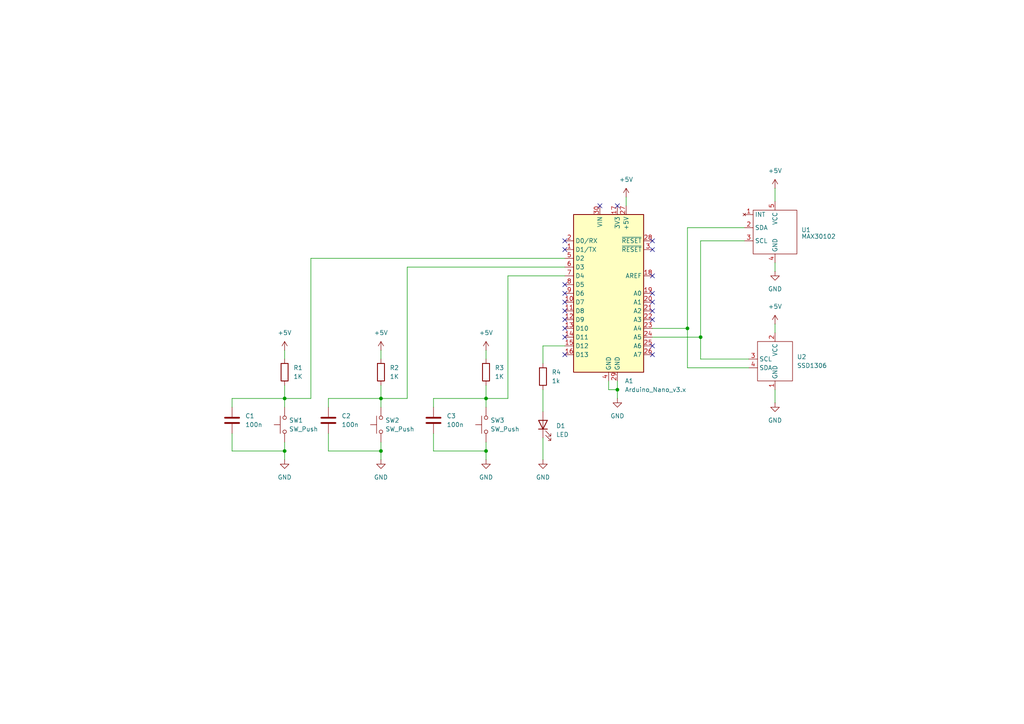
<source format=kicad_sch>
(kicad_sch
	(version 20250114)
	(generator "eeschema")
	(generator_version "9.0")
	(uuid "bfacd332-017e-4ad1-92f4-332958aed3db")
	(paper "A4")
	(lib_symbols
		(symbol "Device:C"
			(pin_numbers
				(hide yes)
			)
			(pin_names
				(offset 0.254)
			)
			(exclude_from_sim no)
			(in_bom yes)
			(on_board yes)
			(property "Reference" "C"
				(at 0.635 2.54 0)
				(effects
					(font
						(size 1.27 1.27)
					)
					(justify left)
				)
			)
			(property "Value" "C"
				(at 0.635 -2.54 0)
				(effects
					(font
						(size 1.27 1.27)
					)
					(justify left)
				)
			)
			(property "Footprint" ""
				(at 0.9652 -3.81 0)
				(effects
					(font
						(size 1.27 1.27)
					)
					(hide yes)
				)
			)
			(property "Datasheet" "~"
				(at 0 0 0)
				(effects
					(font
						(size 1.27 1.27)
					)
					(hide yes)
				)
			)
			(property "Description" "Unpolarized capacitor"
				(at 0 0 0)
				(effects
					(font
						(size 1.27 1.27)
					)
					(hide yes)
				)
			)
			(property "ki_keywords" "cap capacitor"
				(at 0 0 0)
				(effects
					(font
						(size 1.27 1.27)
					)
					(hide yes)
				)
			)
			(property "ki_fp_filters" "C_*"
				(at 0 0 0)
				(effects
					(font
						(size 1.27 1.27)
					)
					(hide yes)
				)
			)
			(symbol "C_0_1"
				(polyline
					(pts
						(xy -2.032 0.762) (xy 2.032 0.762)
					)
					(stroke
						(width 0.508)
						(type default)
					)
					(fill
						(type none)
					)
				)
				(polyline
					(pts
						(xy -2.032 -0.762) (xy 2.032 -0.762)
					)
					(stroke
						(width 0.508)
						(type default)
					)
					(fill
						(type none)
					)
				)
			)
			(symbol "C_1_1"
				(pin passive line
					(at 0 3.81 270)
					(length 2.794)
					(name "~"
						(effects
							(font
								(size 1.27 1.27)
							)
						)
					)
					(number "1"
						(effects
							(font
								(size 1.27 1.27)
							)
						)
					)
				)
				(pin passive line
					(at 0 -3.81 90)
					(length 2.794)
					(name "~"
						(effects
							(font
								(size 1.27 1.27)
							)
						)
					)
					(number "2"
						(effects
							(font
								(size 1.27 1.27)
							)
						)
					)
				)
			)
			(embedded_fonts no)
		)
		(symbol "Device:LED"
			(pin_numbers
				(hide yes)
			)
			(pin_names
				(offset 1.016)
				(hide yes)
			)
			(exclude_from_sim no)
			(in_bom yes)
			(on_board yes)
			(property "Reference" "D"
				(at 0 2.54 0)
				(effects
					(font
						(size 1.27 1.27)
					)
				)
			)
			(property "Value" "LED"
				(at 0 -2.54 0)
				(effects
					(font
						(size 1.27 1.27)
					)
				)
			)
			(property "Footprint" ""
				(at 0 0 0)
				(effects
					(font
						(size 1.27 1.27)
					)
					(hide yes)
				)
			)
			(property "Datasheet" "~"
				(at 0 0 0)
				(effects
					(font
						(size 1.27 1.27)
					)
					(hide yes)
				)
			)
			(property "Description" "Light emitting diode"
				(at 0 0 0)
				(effects
					(font
						(size 1.27 1.27)
					)
					(hide yes)
				)
			)
			(property "Sim.Pins" "1=K 2=A"
				(at 0 0 0)
				(effects
					(font
						(size 1.27 1.27)
					)
					(hide yes)
				)
			)
			(property "ki_keywords" "LED diode"
				(at 0 0 0)
				(effects
					(font
						(size 1.27 1.27)
					)
					(hide yes)
				)
			)
			(property "ki_fp_filters" "LED* LED_SMD:* LED_THT:*"
				(at 0 0 0)
				(effects
					(font
						(size 1.27 1.27)
					)
					(hide yes)
				)
			)
			(symbol "LED_0_1"
				(polyline
					(pts
						(xy -3.048 -0.762) (xy -4.572 -2.286) (xy -3.81 -2.286) (xy -4.572 -2.286) (xy -4.572 -1.524)
					)
					(stroke
						(width 0)
						(type default)
					)
					(fill
						(type none)
					)
				)
				(polyline
					(pts
						(xy -1.778 -0.762) (xy -3.302 -2.286) (xy -2.54 -2.286) (xy -3.302 -2.286) (xy -3.302 -1.524)
					)
					(stroke
						(width 0)
						(type default)
					)
					(fill
						(type none)
					)
				)
				(polyline
					(pts
						(xy -1.27 0) (xy 1.27 0)
					)
					(stroke
						(width 0)
						(type default)
					)
					(fill
						(type none)
					)
				)
				(polyline
					(pts
						(xy -1.27 -1.27) (xy -1.27 1.27)
					)
					(stroke
						(width 0.254)
						(type default)
					)
					(fill
						(type none)
					)
				)
				(polyline
					(pts
						(xy 1.27 -1.27) (xy 1.27 1.27) (xy -1.27 0) (xy 1.27 -1.27)
					)
					(stroke
						(width 0.254)
						(type default)
					)
					(fill
						(type none)
					)
				)
			)
			(symbol "LED_1_1"
				(pin passive line
					(at -3.81 0 0)
					(length 2.54)
					(name "K"
						(effects
							(font
								(size 1.27 1.27)
							)
						)
					)
					(number "1"
						(effects
							(font
								(size 1.27 1.27)
							)
						)
					)
				)
				(pin passive line
					(at 3.81 0 180)
					(length 2.54)
					(name "A"
						(effects
							(font
								(size 1.27 1.27)
							)
						)
					)
					(number "2"
						(effects
							(font
								(size 1.27 1.27)
							)
						)
					)
				)
			)
			(embedded_fonts no)
		)
		(symbol "Device:R"
			(pin_numbers
				(hide yes)
			)
			(pin_names
				(offset 0)
			)
			(exclude_from_sim no)
			(in_bom yes)
			(on_board yes)
			(property "Reference" "R"
				(at 2.032 0 90)
				(effects
					(font
						(size 1.27 1.27)
					)
				)
			)
			(property "Value" "R"
				(at 0 0 90)
				(effects
					(font
						(size 1.27 1.27)
					)
				)
			)
			(property "Footprint" ""
				(at -1.778 0 90)
				(effects
					(font
						(size 1.27 1.27)
					)
					(hide yes)
				)
			)
			(property "Datasheet" "~"
				(at 0 0 0)
				(effects
					(font
						(size 1.27 1.27)
					)
					(hide yes)
				)
			)
			(property "Description" "Resistor"
				(at 0 0 0)
				(effects
					(font
						(size 1.27 1.27)
					)
					(hide yes)
				)
			)
			(property "ki_keywords" "R res resistor"
				(at 0 0 0)
				(effects
					(font
						(size 1.27 1.27)
					)
					(hide yes)
				)
			)
			(property "ki_fp_filters" "R_*"
				(at 0 0 0)
				(effects
					(font
						(size 1.27 1.27)
					)
					(hide yes)
				)
			)
			(symbol "R_0_1"
				(rectangle
					(start -1.016 -2.54)
					(end 1.016 2.54)
					(stroke
						(width 0.254)
						(type default)
					)
					(fill
						(type none)
					)
				)
			)
			(symbol "R_1_1"
				(pin passive line
					(at 0 3.81 270)
					(length 1.27)
					(name "~"
						(effects
							(font
								(size 1.27 1.27)
							)
						)
					)
					(number "1"
						(effects
							(font
								(size 1.27 1.27)
							)
						)
					)
				)
				(pin passive line
					(at 0 -3.81 90)
					(length 1.27)
					(name "~"
						(effects
							(font
								(size 1.27 1.27)
							)
						)
					)
					(number "2"
						(effects
							(font
								(size 1.27 1.27)
							)
						)
					)
				)
			)
			(embedded_fonts no)
		)
		(symbol "MCU_Module:Arduino_Nano_v3.x"
			(exclude_from_sim no)
			(in_bom yes)
			(on_board yes)
			(property "Reference" "A"
				(at -10.16 23.495 0)
				(effects
					(font
						(size 1.27 1.27)
					)
					(justify left bottom)
				)
			)
			(property "Value" "Arduino_Nano_v3.x"
				(at 5.08 -24.13 0)
				(effects
					(font
						(size 1.27 1.27)
					)
					(justify left top)
				)
			)
			(property "Footprint" "Module:Arduino_Nano"
				(at 0 0 0)
				(effects
					(font
						(size 1.27 1.27)
						(italic yes)
					)
					(hide yes)
				)
			)
			(property "Datasheet" "http://www.mouser.com/pdfdocs/Gravitech_Arduino_Nano3_0.pdf"
				(at 0 0 0)
				(effects
					(font
						(size 1.27 1.27)
					)
					(hide yes)
				)
			)
			(property "Description" "Arduino Nano v3.x"
				(at 0 0 0)
				(effects
					(font
						(size 1.27 1.27)
					)
					(hide yes)
				)
			)
			(property "ki_keywords" "Arduino nano microcontroller module USB"
				(at 0 0 0)
				(effects
					(font
						(size 1.27 1.27)
					)
					(hide yes)
				)
			)
			(property "ki_fp_filters" "Arduino*Nano*"
				(at 0 0 0)
				(effects
					(font
						(size 1.27 1.27)
					)
					(hide yes)
				)
			)
			(symbol "Arduino_Nano_v3.x_0_1"
				(rectangle
					(start -10.16 22.86)
					(end 10.16 -22.86)
					(stroke
						(width 0.254)
						(type default)
					)
					(fill
						(type background)
					)
				)
			)
			(symbol "Arduino_Nano_v3.x_1_1"
				(pin bidirectional line
					(at -12.7 15.24 0)
					(length 2.54)
					(name "D0/RX"
						(effects
							(font
								(size 1.27 1.27)
							)
						)
					)
					(number "2"
						(effects
							(font
								(size 1.27 1.27)
							)
						)
					)
				)
				(pin bidirectional line
					(at -12.7 12.7 0)
					(length 2.54)
					(name "D1/TX"
						(effects
							(font
								(size 1.27 1.27)
							)
						)
					)
					(number "1"
						(effects
							(font
								(size 1.27 1.27)
							)
						)
					)
				)
				(pin bidirectional line
					(at -12.7 10.16 0)
					(length 2.54)
					(name "D2"
						(effects
							(font
								(size 1.27 1.27)
							)
						)
					)
					(number "5"
						(effects
							(font
								(size 1.27 1.27)
							)
						)
					)
				)
				(pin bidirectional line
					(at -12.7 7.62 0)
					(length 2.54)
					(name "D3"
						(effects
							(font
								(size 1.27 1.27)
							)
						)
					)
					(number "6"
						(effects
							(font
								(size 1.27 1.27)
							)
						)
					)
				)
				(pin bidirectional line
					(at -12.7 5.08 0)
					(length 2.54)
					(name "D4"
						(effects
							(font
								(size 1.27 1.27)
							)
						)
					)
					(number "7"
						(effects
							(font
								(size 1.27 1.27)
							)
						)
					)
				)
				(pin bidirectional line
					(at -12.7 2.54 0)
					(length 2.54)
					(name "D5"
						(effects
							(font
								(size 1.27 1.27)
							)
						)
					)
					(number "8"
						(effects
							(font
								(size 1.27 1.27)
							)
						)
					)
				)
				(pin bidirectional line
					(at -12.7 0 0)
					(length 2.54)
					(name "D6"
						(effects
							(font
								(size 1.27 1.27)
							)
						)
					)
					(number "9"
						(effects
							(font
								(size 1.27 1.27)
							)
						)
					)
				)
				(pin bidirectional line
					(at -12.7 -2.54 0)
					(length 2.54)
					(name "D7"
						(effects
							(font
								(size 1.27 1.27)
							)
						)
					)
					(number "10"
						(effects
							(font
								(size 1.27 1.27)
							)
						)
					)
				)
				(pin bidirectional line
					(at -12.7 -5.08 0)
					(length 2.54)
					(name "D8"
						(effects
							(font
								(size 1.27 1.27)
							)
						)
					)
					(number "11"
						(effects
							(font
								(size 1.27 1.27)
							)
						)
					)
				)
				(pin bidirectional line
					(at -12.7 -7.62 0)
					(length 2.54)
					(name "D9"
						(effects
							(font
								(size 1.27 1.27)
							)
						)
					)
					(number "12"
						(effects
							(font
								(size 1.27 1.27)
							)
						)
					)
				)
				(pin bidirectional line
					(at -12.7 -10.16 0)
					(length 2.54)
					(name "D10"
						(effects
							(font
								(size 1.27 1.27)
							)
						)
					)
					(number "13"
						(effects
							(font
								(size 1.27 1.27)
							)
						)
					)
				)
				(pin bidirectional line
					(at -12.7 -12.7 0)
					(length 2.54)
					(name "D11"
						(effects
							(font
								(size 1.27 1.27)
							)
						)
					)
					(number "14"
						(effects
							(font
								(size 1.27 1.27)
							)
						)
					)
				)
				(pin bidirectional line
					(at -12.7 -15.24 0)
					(length 2.54)
					(name "D12"
						(effects
							(font
								(size 1.27 1.27)
							)
						)
					)
					(number "15"
						(effects
							(font
								(size 1.27 1.27)
							)
						)
					)
				)
				(pin bidirectional line
					(at -12.7 -17.78 0)
					(length 2.54)
					(name "D13"
						(effects
							(font
								(size 1.27 1.27)
							)
						)
					)
					(number "16"
						(effects
							(font
								(size 1.27 1.27)
							)
						)
					)
				)
				(pin power_in line
					(at -2.54 25.4 270)
					(length 2.54)
					(name "VIN"
						(effects
							(font
								(size 1.27 1.27)
							)
						)
					)
					(number "30"
						(effects
							(font
								(size 1.27 1.27)
							)
						)
					)
				)
				(pin power_in line
					(at 0 -25.4 90)
					(length 2.54)
					(name "GND"
						(effects
							(font
								(size 1.27 1.27)
							)
						)
					)
					(number "4"
						(effects
							(font
								(size 1.27 1.27)
							)
						)
					)
				)
				(pin power_out line
					(at 2.54 25.4 270)
					(length 2.54)
					(name "3V3"
						(effects
							(font
								(size 1.27 1.27)
							)
						)
					)
					(number "17"
						(effects
							(font
								(size 1.27 1.27)
							)
						)
					)
				)
				(pin power_in line
					(at 2.54 -25.4 90)
					(length 2.54)
					(name "GND"
						(effects
							(font
								(size 1.27 1.27)
							)
						)
					)
					(number "29"
						(effects
							(font
								(size 1.27 1.27)
							)
						)
					)
				)
				(pin power_out line
					(at 5.08 25.4 270)
					(length 2.54)
					(name "+5V"
						(effects
							(font
								(size 1.27 1.27)
							)
						)
					)
					(number "27"
						(effects
							(font
								(size 1.27 1.27)
							)
						)
					)
				)
				(pin input line
					(at 12.7 15.24 180)
					(length 2.54)
					(name "~{RESET}"
						(effects
							(font
								(size 1.27 1.27)
							)
						)
					)
					(number "28"
						(effects
							(font
								(size 1.27 1.27)
							)
						)
					)
				)
				(pin input line
					(at 12.7 12.7 180)
					(length 2.54)
					(name "~{RESET}"
						(effects
							(font
								(size 1.27 1.27)
							)
						)
					)
					(number "3"
						(effects
							(font
								(size 1.27 1.27)
							)
						)
					)
				)
				(pin input line
					(at 12.7 5.08 180)
					(length 2.54)
					(name "AREF"
						(effects
							(font
								(size 1.27 1.27)
							)
						)
					)
					(number "18"
						(effects
							(font
								(size 1.27 1.27)
							)
						)
					)
				)
				(pin bidirectional line
					(at 12.7 0 180)
					(length 2.54)
					(name "A0"
						(effects
							(font
								(size 1.27 1.27)
							)
						)
					)
					(number "19"
						(effects
							(font
								(size 1.27 1.27)
							)
						)
					)
				)
				(pin bidirectional line
					(at 12.7 -2.54 180)
					(length 2.54)
					(name "A1"
						(effects
							(font
								(size 1.27 1.27)
							)
						)
					)
					(number "20"
						(effects
							(font
								(size 1.27 1.27)
							)
						)
					)
				)
				(pin bidirectional line
					(at 12.7 -5.08 180)
					(length 2.54)
					(name "A2"
						(effects
							(font
								(size 1.27 1.27)
							)
						)
					)
					(number "21"
						(effects
							(font
								(size 1.27 1.27)
							)
						)
					)
				)
				(pin bidirectional line
					(at 12.7 -7.62 180)
					(length 2.54)
					(name "A3"
						(effects
							(font
								(size 1.27 1.27)
							)
						)
					)
					(number "22"
						(effects
							(font
								(size 1.27 1.27)
							)
						)
					)
				)
				(pin bidirectional line
					(at 12.7 -10.16 180)
					(length 2.54)
					(name "A4"
						(effects
							(font
								(size 1.27 1.27)
							)
						)
					)
					(number "23"
						(effects
							(font
								(size 1.27 1.27)
							)
						)
					)
				)
				(pin bidirectional line
					(at 12.7 -12.7 180)
					(length 2.54)
					(name "A5"
						(effects
							(font
								(size 1.27 1.27)
							)
						)
					)
					(number "24"
						(effects
							(font
								(size 1.27 1.27)
							)
						)
					)
				)
				(pin bidirectional line
					(at 12.7 -15.24 180)
					(length 2.54)
					(name "A6"
						(effects
							(font
								(size 1.27 1.27)
							)
						)
					)
					(number "25"
						(effects
							(font
								(size 1.27 1.27)
							)
						)
					)
				)
				(pin bidirectional line
					(at 12.7 -17.78 180)
					(length 2.54)
					(name "A7"
						(effects
							(font
								(size 1.27 1.27)
							)
						)
					)
					(number "26"
						(effects
							(font
								(size 1.27 1.27)
							)
						)
					)
				)
			)
			(embedded_fonts no)
		)
		(symbol "New_Library:MAX30102-module"
			(exclude_from_sim no)
			(in_bom yes)
			(on_board yes)
			(property "Reference" "U"
				(at 0 0 0)
				(effects
					(font
						(size 1.27 1.27)
					)
				)
			)
			(property "Value" "MAX30102"
				(at 11.684 0 0)
				(effects
					(font
						(size 1.27 1.27)
					)
				)
			)
			(property "Footprint" ""
				(at 0 0 0)
				(effects
					(font
						(size 1.27 1.27)
					)
					(hide yes)
				)
			)
			(property "Datasheet" ""
				(at 0 0 0)
				(effects
					(font
						(size 1.27 1.27)
					)
					(hide yes)
				)
			)
			(property "Description" ""
				(at 0 0 0)
				(effects
					(font
						(size 1.27 1.27)
					)
					(hide yes)
				)
			)
			(symbol "MAX30102-module_0_1"
				(rectangle
					(start -6.35 6.35)
					(end 6.35 -6.35)
					(stroke
						(width 0)
						(type default)
					)
					(fill
						(type none)
					)
				)
			)
			(symbol "MAX30102-module_1_1"
				(pin no_connect line
					(at -8.89 5.08 0)
					(length 2.54)
					(name "INT"
						(effects
							(font
								(size 1.27 1.27)
							)
						)
					)
					(number "1"
						(effects
							(font
								(size 1.27 1.27)
							)
						)
					)
				)
				(pin bidirectional line
					(at -8.89 1.27 0)
					(length 2.54)
					(name "SDA"
						(effects
							(font
								(size 1.27 1.27)
							)
						)
					)
					(number "2"
						(effects
							(font
								(size 1.27 1.27)
							)
						)
					)
				)
				(pin input line
					(at -8.89 -2.54 0)
					(length 2.54)
					(name "SCL"
						(effects
							(font
								(size 1.27 1.27)
							)
						)
					)
					(number "3"
						(effects
							(font
								(size 1.27 1.27)
							)
						)
					)
				)
				(pin power_in line
					(at 0 8.89 270)
					(length 2.54)
					(name "VCC"
						(effects
							(font
								(size 1.27 1.27)
							)
						)
					)
					(number "5"
						(effects
							(font
								(size 1.27 1.27)
							)
						)
					)
				)
				(pin power_in line
					(at 0 -8.89 90)
					(length 2.54)
					(name "GND"
						(effects
							(font
								(size 1.27 1.27)
							)
						)
					)
					(number "4"
						(effects
							(font
								(size 1.27 1.27)
							)
						)
					)
				)
			)
			(embedded_fonts no)
		)
		(symbol "New_Library:SSD1306"
			(exclude_from_sim no)
			(in_bom yes)
			(on_board yes)
			(property "Reference" "U"
				(at 0 0 0)
				(effects
					(font
						(size 1.27 1.27)
					)
				)
			)
			(property "Value" "SSD1306"
				(at 9.652 -0.508 0)
				(effects
					(font
						(size 1.27 1.27)
					)
				)
			)
			(property "Footprint" ""
				(at 0 0 0)
				(effects
					(font
						(size 1.27 1.27)
					)
					(hide yes)
				)
			)
			(property "Datasheet" ""
				(at 0 0 0)
				(effects
					(font
						(size 1.27 1.27)
					)
					(hide yes)
				)
			)
			(property "Description" ""
				(at 0 0 0)
				(effects
					(font
						(size 1.27 1.27)
					)
					(hide yes)
				)
			)
			(symbol "SSD1306_1_1"
				(rectangle
					(start -5.08 5.08)
					(end 5.08 -6.35)
					(stroke
						(width 0)
						(type solid)
					)
					(fill
						(type none)
					)
				)
				(pin input line
					(at -7.62 0 0)
					(length 2.54)
					(name "SCL"
						(effects
							(font
								(size 1.27 1.27)
							)
						)
					)
					(number "3"
						(effects
							(font
								(size 1.27 1.27)
							)
						)
					)
				)
				(pin bidirectional line
					(at -7.62 -2.54 0)
					(length 2.54)
					(name "SDA"
						(effects
							(font
								(size 1.27 1.27)
							)
						)
					)
					(number "4"
						(effects
							(font
								(size 1.27 1.27)
							)
						)
					)
				)
				(pin power_in line
					(at 0 7.62 270)
					(length 2.54)
					(name "VCC"
						(effects
							(font
								(size 1.27 1.27)
							)
						)
					)
					(number "2"
						(effects
							(font
								(size 1.27 1.27)
							)
						)
					)
				)
				(pin power_in line
					(at 0 -8.89 90)
					(length 2.54)
					(name "GND"
						(effects
							(font
								(size 1.27 1.27)
							)
						)
					)
					(number "1"
						(effects
							(font
								(size 1.27 1.27)
							)
						)
					)
				)
			)
			(embedded_fonts no)
		)
		(symbol "Switch:SW_Push"
			(pin_numbers
				(hide yes)
			)
			(pin_names
				(offset 1.016)
				(hide yes)
			)
			(exclude_from_sim no)
			(in_bom yes)
			(on_board yes)
			(property "Reference" "SW"
				(at 1.27 2.54 0)
				(effects
					(font
						(size 1.27 1.27)
					)
					(justify left)
				)
			)
			(property "Value" "SW_Push"
				(at 0 -1.524 0)
				(effects
					(font
						(size 1.27 1.27)
					)
				)
			)
			(property "Footprint" ""
				(at 0 5.08 0)
				(effects
					(font
						(size 1.27 1.27)
					)
					(hide yes)
				)
			)
			(property "Datasheet" "~"
				(at 0 5.08 0)
				(effects
					(font
						(size 1.27 1.27)
					)
					(hide yes)
				)
			)
			(property "Description" "Push button switch, generic, two pins"
				(at 0 0 0)
				(effects
					(font
						(size 1.27 1.27)
					)
					(hide yes)
				)
			)
			(property "ki_keywords" "switch normally-open pushbutton push-button"
				(at 0 0 0)
				(effects
					(font
						(size 1.27 1.27)
					)
					(hide yes)
				)
			)
			(symbol "SW_Push_0_1"
				(circle
					(center -2.032 0)
					(radius 0.508)
					(stroke
						(width 0)
						(type default)
					)
					(fill
						(type none)
					)
				)
				(polyline
					(pts
						(xy 0 1.27) (xy 0 3.048)
					)
					(stroke
						(width 0)
						(type default)
					)
					(fill
						(type none)
					)
				)
				(circle
					(center 2.032 0)
					(radius 0.508)
					(stroke
						(width 0)
						(type default)
					)
					(fill
						(type none)
					)
				)
				(polyline
					(pts
						(xy 2.54 1.27) (xy -2.54 1.27)
					)
					(stroke
						(width 0)
						(type default)
					)
					(fill
						(type none)
					)
				)
				(pin passive line
					(at -5.08 0 0)
					(length 2.54)
					(name "1"
						(effects
							(font
								(size 1.27 1.27)
							)
						)
					)
					(number "1"
						(effects
							(font
								(size 1.27 1.27)
							)
						)
					)
				)
				(pin passive line
					(at 5.08 0 180)
					(length 2.54)
					(name "2"
						(effects
							(font
								(size 1.27 1.27)
							)
						)
					)
					(number "2"
						(effects
							(font
								(size 1.27 1.27)
							)
						)
					)
				)
			)
			(embedded_fonts no)
		)
		(symbol "power:+5V"
			(power)
			(pin_numbers
				(hide yes)
			)
			(pin_names
				(offset 0)
				(hide yes)
			)
			(exclude_from_sim no)
			(in_bom yes)
			(on_board yes)
			(property "Reference" "#PWR"
				(at 0 -3.81 0)
				(effects
					(font
						(size 1.27 1.27)
					)
					(hide yes)
				)
			)
			(property "Value" "+5V"
				(at 0 3.556 0)
				(effects
					(font
						(size 1.27 1.27)
					)
				)
			)
			(property "Footprint" ""
				(at 0 0 0)
				(effects
					(font
						(size 1.27 1.27)
					)
					(hide yes)
				)
			)
			(property "Datasheet" ""
				(at 0 0 0)
				(effects
					(font
						(size 1.27 1.27)
					)
					(hide yes)
				)
			)
			(property "Description" "Power symbol creates a global label with name \"+5V\""
				(at 0 0 0)
				(effects
					(font
						(size 1.27 1.27)
					)
					(hide yes)
				)
			)
			(property "ki_keywords" "global power"
				(at 0 0 0)
				(effects
					(font
						(size 1.27 1.27)
					)
					(hide yes)
				)
			)
			(symbol "+5V_0_1"
				(polyline
					(pts
						(xy -0.762 1.27) (xy 0 2.54)
					)
					(stroke
						(width 0)
						(type default)
					)
					(fill
						(type none)
					)
				)
				(polyline
					(pts
						(xy 0 2.54) (xy 0.762 1.27)
					)
					(stroke
						(width 0)
						(type default)
					)
					(fill
						(type none)
					)
				)
				(polyline
					(pts
						(xy 0 0) (xy 0 2.54)
					)
					(stroke
						(width 0)
						(type default)
					)
					(fill
						(type none)
					)
				)
			)
			(symbol "+5V_1_1"
				(pin power_in line
					(at 0 0 90)
					(length 0)
					(name "~"
						(effects
							(font
								(size 1.27 1.27)
							)
						)
					)
					(number "1"
						(effects
							(font
								(size 1.27 1.27)
							)
						)
					)
				)
			)
			(embedded_fonts no)
		)
		(symbol "power:GND"
			(power)
			(pin_numbers
				(hide yes)
			)
			(pin_names
				(offset 0)
				(hide yes)
			)
			(exclude_from_sim no)
			(in_bom yes)
			(on_board yes)
			(property "Reference" "#PWR"
				(at 0 -6.35 0)
				(effects
					(font
						(size 1.27 1.27)
					)
					(hide yes)
				)
			)
			(property "Value" "GND"
				(at 0 -3.81 0)
				(effects
					(font
						(size 1.27 1.27)
					)
				)
			)
			(property "Footprint" ""
				(at 0 0 0)
				(effects
					(font
						(size 1.27 1.27)
					)
					(hide yes)
				)
			)
			(property "Datasheet" ""
				(at 0 0 0)
				(effects
					(font
						(size 1.27 1.27)
					)
					(hide yes)
				)
			)
			(property "Description" "Power symbol creates a global label with name \"GND\" , ground"
				(at 0 0 0)
				(effects
					(font
						(size 1.27 1.27)
					)
					(hide yes)
				)
			)
			(property "ki_keywords" "global power"
				(at 0 0 0)
				(effects
					(font
						(size 1.27 1.27)
					)
					(hide yes)
				)
			)
			(symbol "GND_0_1"
				(polyline
					(pts
						(xy 0 0) (xy 0 -1.27) (xy 1.27 -1.27) (xy 0 -2.54) (xy -1.27 -1.27) (xy 0 -1.27)
					)
					(stroke
						(width 0)
						(type default)
					)
					(fill
						(type none)
					)
				)
			)
			(symbol "GND_1_1"
				(pin power_in line
					(at 0 0 270)
					(length 0)
					(name "~"
						(effects
							(font
								(size 1.27 1.27)
							)
						)
					)
					(number "1"
						(effects
							(font
								(size 1.27 1.27)
							)
						)
					)
				)
			)
			(embedded_fonts no)
		)
	)
	(junction
		(at 179.07 113.03)
		(diameter 0)
		(color 0 0 0 0)
		(uuid "00c0d21e-7cdd-424e-a867-e5b212a74ab4")
	)
	(junction
		(at 203.2 97.79)
		(diameter 0)
		(color 0 0 0 0)
		(uuid "1672a251-3ff5-4551-ba6b-406b82880466")
	)
	(junction
		(at 140.97 115.57)
		(diameter 0)
		(color 0 0 0 0)
		(uuid "3492103a-d5d0-41f2-867c-289680ba03db")
	)
	(junction
		(at 110.49 130.81)
		(diameter 0)
		(color 0 0 0 0)
		(uuid "39054b8c-8b19-4313-af75-c1d9f923600e")
	)
	(junction
		(at 82.55 115.57)
		(diameter 0)
		(color 0 0 0 0)
		(uuid "44b9d024-877b-41d5-904d-d58849b62924")
	)
	(junction
		(at 199.39 95.25)
		(diameter 0)
		(color 0 0 0 0)
		(uuid "45e6f1c5-6721-454c-bf81-f64699f51fb2")
	)
	(junction
		(at 110.49 115.57)
		(diameter 0)
		(color 0 0 0 0)
		(uuid "624c3d6e-854b-4544-adde-492e13c9c6d3")
	)
	(junction
		(at 82.55 130.81)
		(diameter 0)
		(color 0 0 0 0)
		(uuid "e3e2e8f9-6ac5-45b3-ad6f-b353329c64fc")
	)
	(junction
		(at 140.97 130.81)
		(diameter 0)
		(color 0 0 0 0)
		(uuid "f3900095-af33-476a-9323-66c0cefa0686")
	)
	(no_connect
		(at 189.23 72.39)
		(uuid "0e4b562d-19ad-4885-b9db-997eac826788")
	)
	(no_connect
		(at 163.83 82.55)
		(uuid "0fa82ba5-6026-425a-92d2-a66796ffc101")
	)
	(no_connect
		(at 163.83 92.71)
		(uuid "1375da49-5e11-4174-8338-374b0ae1ce1d")
	)
	(no_connect
		(at 163.83 102.87)
		(uuid "192befc5-fe23-4a5d-af95-2cc37e7cc3a8")
	)
	(no_connect
		(at 189.23 90.17)
		(uuid "26227ca8-5663-4e25-8275-3fcbfbcb9502")
	)
	(no_connect
		(at 163.83 97.79)
		(uuid "3fd3ad2c-cbbb-4f6c-a0eb-a9c73388af3c")
	)
	(no_connect
		(at 189.23 87.63)
		(uuid "3ff68335-00b6-46d0-911a-79eef8db5b26")
	)
	(no_connect
		(at 163.83 87.63)
		(uuid "51e48d83-0275-4c2c-a6c8-919e7d014db9")
	)
	(no_connect
		(at 189.23 100.33)
		(uuid "5afa63bb-ce62-4535-a78a-93b6bf883e6e")
	)
	(no_connect
		(at 189.23 69.85)
		(uuid "5c21fe22-8381-446d-8c33-7a9026ca5649")
	)
	(no_connect
		(at 189.23 85.09)
		(uuid "7569b597-2999-4562-b173-08e0af28f27f")
	)
	(no_connect
		(at 189.23 92.71)
		(uuid "78410acc-1585-4050-b8c2-78da877c593f")
	)
	(no_connect
		(at 163.83 90.17)
		(uuid "920bfbb2-0339-44f7-b1bf-d734bf2e054a")
	)
	(no_connect
		(at 179.07 59.69)
		(uuid "a6c8a36c-a7b7-4160-b8fb-3e4ea8c8702a")
	)
	(no_connect
		(at 173.99 59.69)
		(uuid "b0cf6f29-6f0e-4016-84ee-128dc4d40e88")
	)
	(no_connect
		(at 189.23 102.87)
		(uuid "bd986420-d963-4d88-a943-29a386c8f386")
	)
	(no_connect
		(at 189.23 80.01)
		(uuid "bf237d90-71d5-4c70-95aa-9240f986b3c0")
	)
	(no_connect
		(at 163.83 85.09)
		(uuid "d9331278-bcfc-4d92-827c-1bd235817d43")
	)
	(no_connect
		(at 163.83 72.39)
		(uuid "dee402c1-5ffb-42b8-a1ef-0eb5228ac682")
	)
	(no_connect
		(at 163.83 95.25)
		(uuid "e81f332f-dad1-4f77-b498-e71409f8fa09")
	)
	(no_connect
		(at 163.83 69.85)
		(uuid "fca7c710-2423-4be2-bf36-42a400d779de")
	)
	(wire
		(pts
			(xy 203.2 69.85) (xy 203.2 97.79)
		)
		(stroke
			(width 0)
			(type default)
		)
		(uuid "026a5929-199f-4397-9722-fe435ca867ad")
	)
	(wire
		(pts
			(xy 224.79 76.2) (xy 224.79 78.74)
		)
		(stroke
			(width 0)
			(type default)
		)
		(uuid "09a7f9d9-29cf-4fc6-9245-77bc90c9b9db")
	)
	(wire
		(pts
			(xy 125.73 125.73) (xy 125.73 130.81)
		)
		(stroke
			(width 0)
			(type default)
		)
		(uuid "122aa9f3-7491-48bf-9d11-48cbd855e0b0")
	)
	(wire
		(pts
			(xy 140.97 111.76) (xy 140.97 115.57)
		)
		(stroke
			(width 0)
			(type default)
		)
		(uuid "12be3023-008c-4fb3-96e9-91e605ce00f4")
	)
	(wire
		(pts
			(xy 82.55 130.81) (xy 82.55 133.35)
		)
		(stroke
			(width 0)
			(type default)
		)
		(uuid "12f64a71-96f4-435b-b9eb-e9ecee018aef")
	)
	(wire
		(pts
			(xy 157.48 105.41) (xy 157.48 100.33)
		)
		(stroke
			(width 0)
			(type default)
		)
		(uuid "14adef10-f49e-4cb6-8b67-dd2bfdef433a")
	)
	(wire
		(pts
			(xy 67.31 125.73) (xy 67.31 130.81)
		)
		(stroke
			(width 0)
			(type default)
		)
		(uuid "1771e5ba-4e5e-4a4b-a35b-da221e7e1a66")
	)
	(wire
		(pts
			(xy 82.55 115.57) (xy 90.17 115.57)
		)
		(stroke
			(width 0)
			(type default)
		)
		(uuid "191853e5-31cc-4693-8b9a-696913ecd3e3")
	)
	(wire
		(pts
			(xy 82.55 128.27) (xy 82.55 130.81)
		)
		(stroke
			(width 0)
			(type default)
		)
		(uuid "21de135b-d024-4164-8845-5b3ac83594fe")
	)
	(wire
		(pts
			(xy 176.53 113.03) (xy 179.07 113.03)
		)
		(stroke
			(width 0)
			(type default)
		)
		(uuid "25ea1bfe-0ecd-48a2-b894-ab8c6a8517f0")
	)
	(wire
		(pts
			(xy 67.31 118.11) (xy 67.31 115.57)
		)
		(stroke
			(width 0)
			(type default)
		)
		(uuid "25ecb484-78c2-4e57-8d28-4f7807482311")
	)
	(wire
		(pts
			(xy 67.31 115.57) (xy 82.55 115.57)
		)
		(stroke
			(width 0)
			(type default)
		)
		(uuid "264b3e10-b179-4b3f-8fa3-62fb64706e4e")
	)
	(wire
		(pts
			(xy 179.07 113.03) (xy 179.07 115.57)
		)
		(stroke
			(width 0)
			(type default)
		)
		(uuid "28f94c55-ab08-41de-a5a2-676bb090794b")
	)
	(wire
		(pts
			(xy 110.49 115.57) (xy 110.49 118.11)
		)
		(stroke
			(width 0)
			(type default)
		)
		(uuid "2c9cda7b-2230-4f7c-9fef-04dfdbb51adc")
	)
	(wire
		(pts
			(xy 199.39 106.68) (xy 217.17 106.68)
		)
		(stroke
			(width 0)
			(type default)
		)
		(uuid "2d71801b-ceac-46b8-a1c9-91c10799928b")
	)
	(wire
		(pts
			(xy 140.97 115.57) (xy 147.32 115.57)
		)
		(stroke
			(width 0)
			(type default)
		)
		(uuid "2f0b6b55-e3b5-4d31-80ad-ca9cc3c3be7e")
	)
	(wire
		(pts
			(xy 203.2 97.79) (xy 189.23 97.79)
		)
		(stroke
			(width 0)
			(type default)
		)
		(uuid "3014c18c-5f8c-4851-b8e2-f37f09f3fa4f")
	)
	(wire
		(pts
			(xy 95.25 125.73) (xy 95.25 130.81)
		)
		(stroke
			(width 0)
			(type default)
		)
		(uuid "3111e7ad-ff14-491c-b396-05470fdb3a7e")
	)
	(wire
		(pts
			(xy 140.97 128.27) (xy 140.97 130.81)
		)
		(stroke
			(width 0)
			(type default)
		)
		(uuid "334f8bf5-4acf-4290-bd18-bdd1d0f186ab")
	)
	(wire
		(pts
			(xy 67.31 130.81) (xy 82.55 130.81)
		)
		(stroke
			(width 0)
			(type default)
		)
		(uuid "41f0b098-aa7e-4c7a-82df-2af07e7a3bdc")
	)
	(wire
		(pts
			(xy 140.97 115.57) (xy 140.97 118.11)
		)
		(stroke
			(width 0)
			(type default)
		)
		(uuid "451e181e-c6a9-4d4d-9355-078f9d8698dc")
	)
	(wire
		(pts
			(xy 118.11 115.57) (xy 118.11 77.47)
		)
		(stroke
			(width 0)
			(type default)
		)
		(uuid "46d3d534-0346-4432-8aaf-2a21c459b40e")
	)
	(wire
		(pts
			(xy 125.73 115.57) (xy 140.97 115.57)
		)
		(stroke
			(width 0)
			(type default)
		)
		(uuid "48b52a90-40dd-4e2f-ad7c-3935774a2338")
	)
	(wire
		(pts
			(xy 95.25 130.81) (xy 110.49 130.81)
		)
		(stroke
			(width 0)
			(type default)
		)
		(uuid "496fdab0-5651-4482-8bdc-94a6db6a514d")
	)
	(wire
		(pts
			(xy 147.32 80.01) (xy 163.83 80.01)
		)
		(stroke
			(width 0)
			(type default)
		)
		(uuid "49f11d0c-c14a-4b23-8854-f72b3587458b")
	)
	(wire
		(pts
			(xy 140.97 101.6) (xy 140.97 104.14)
		)
		(stroke
			(width 0)
			(type default)
		)
		(uuid "4c23ab28-8893-4d01-8282-663e3f7e447a")
	)
	(wire
		(pts
			(xy 224.79 54.61) (xy 224.79 58.42)
		)
		(stroke
			(width 0)
			(type default)
		)
		(uuid "4feeaed4-7665-402d-9893-2bbbc75140c2")
	)
	(wire
		(pts
			(xy 179.07 110.49) (xy 179.07 113.03)
		)
		(stroke
			(width 0)
			(type default)
		)
		(uuid "596fa552-55fa-4fe2-b89c-afd2c05f6ae1")
	)
	(wire
		(pts
			(xy 217.17 104.14) (xy 203.2 104.14)
		)
		(stroke
			(width 0)
			(type default)
		)
		(uuid "597d9dc9-b7f6-4c1c-8f81-251cf1a62886")
	)
	(wire
		(pts
			(xy 125.73 130.81) (xy 140.97 130.81)
		)
		(stroke
			(width 0)
			(type default)
		)
		(uuid "59966021-0e2e-4f90-8302-22a134ba246b")
	)
	(wire
		(pts
			(xy 110.49 101.6) (xy 110.49 104.14)
		)
		(stroke
			(width 0)
			(type default)
		)
		(uuid "5db164fe-af13-4ff1-91e3-b18ae2976465")
	)
	(wire
		(pts
			(xy 189.23 95.25) (xy 199.39 95.25)
		)
		(stroke
			(width 0)
			(type default)
		)
		(uuid "627c2d75-460c-4d31-be8a-a7e4147a3074")
	)
	(wire
		(pts
			(xy 140.97 130.81) (xy 140.97 133.35)
		)
		(stroke
			(width 0)
			(type default)
		)
		(uuid "62f37539-8163-4cfa-befc-197e9f13301a")
	)
	(wire
		(pts
			(xy 147.32 115.57) (xy 147.32 80.01)
		)
		(stroke
			(width 0)
			(type default)
		)
		(uuid "669b78d7-d627-427c-8f61-fea92c753156")
	)
	(wire
		(pts
			(xy 110.49 115.57) (xy 118.11 115.57)
		)
		(stroke
			(width 0)
			(type default)
		)
		(uuid "6a724b4b-6619-411d-9419-36e2ccdc7635")
	)
	(wire
		(pts
			(xy 125.73 118.11) (xy 125.73 115.57)
		)
		(stroke
			(width 0)
			(type default)
		)
		(uuid "70eb937f-1576-46c3-a01d-ce8e029aff41")
	)
	(wire
		(pts
			(xy 215.9 66.04) (xy 199.39 66.04)
		)
		(stroke
			(width 0)
			(type default)
		)
		(uuid "84d0d2a5-34da-45c0-bd74-0c1d1b1e8664")
	)
	(wire
		(pts
			(xy 82.55 101.6) (xy 82.55 104.14)
		)
		(stroke
			(width 0)
			(type default)
		)
		(uuid "87cf963a-e7fa-4778-9101-653762831798")
	)
	(wire
		(pts
			(xy 90.17 74.93) (xy 163.83 74.93)
		)
		(stroke
			(width 0)
			(type default)
		)
		(uuid "95a52fdc-f69b-477f-b26a-59e2f3cf7ea7")
	)
	(wire
		(pts
			(xy 224.79 93.98) (xy 224.79 96.52)
		)
		(stroke
			(width 0)
			(type default)
		)
		(uuid "96986a04-2c6f-40b5-bda9-a6906ad2ac2c")
	)
	(wire
		(pts
			(xy 118.11 77.47) (xy 163.83 77.47)
		)
		(stroke
			(width 0)
			(type default)
		)
		(uuid "9ce463b3-4d6d-47ac-985f-e29326275dce")
	)
	(wire
		(pts
			(xy 82.55 111.76) (xy 82.55 115.57)
		)
		(stroke
			(width 0)
			(type default)
		)
		(uuid "a24bc582-39f0-4793-ad41-a30bdb193fdd")
	)
	(wire
		(pts
			(xy 199.39 66.04) (xy 199.39 95.25)
		)
		(stroke
			(width 0)
			(type default)
		)
		(uuid "a44cf1d8-67a3-47dd-94fc-d20ac7cf8d9d")
	)
	(wire
		(pts
			(xy 90.17 115.57) (xy 90.17 74.93)
		)
		(stroke
			(width 0)
			(type default)
		)
		(uuid "a91f16e0-4444-4c3a-8b56-6ff9b44bc8ea")
	)
	(wire
		(pts
			(xy 199.39 95.25) (xy 199.39 106.68)
		)
		(stroke
			(width 0)
			(type default)
		)
		(uuid "b0771c84-ad6f-4486-8948-6087a68a60c0")
	)
	(wire
		(pts
			(xy 95.25 118.11) (xy 95.25 115.57)
		)
		(stroke
			(width 0)
			(type default)
		)
		(uuid "b2f1b492-a196-405e-bf5f-ed8fc8321be2")
	)
	(wire
		(pts
			(xy 215.9 69.85) (xy 203.2 69.85)
		)
		(stroke
			(width 0)
			(type default)
		)
		(uuid "bd3139a3-33ad-4494-af5c-0b3da4f5a6d5")
	)
	(wire
		(pts
			(xy 181.61 57.15) (xy 181.61 59.69)
		)
		(stroke
			(width 0)
			(type default)
		)
		(uuid "cd6de550-4f47-4f09-98b7-07411902e385")
	)
	(wire
		(pts
			(xy 224.79 113.03) (xy 224.79 116.84)
		)
		(stroke
			(width 0)
			(type default)
		)
		(uuid "d07fc59d-c476-4bfa-a344-fcde73c5953a")
	)
	(wire
		(pts
			(xy 110.49 128.27) (xy 110.49 130.81)
		)
		(stroke
			(width 0)
			(type default)
		)
		(uuid "d9ae0c3b-421d-4b98-ac8b-32a55e2170c9")
	)
	(wire
		(pts
			(xy 176.53 110.49) (xy 176.53 113.03)
		)
		(stroke
			(width 0)
			(type default)
		)
		(uuid "db6426b8-1084-4f44-afcb-3b87d628df69")
	)
	(wire
		(pts
			(xy 82.55 115.57) (xy 82.55 118.11)
		)
		(stroke
			(width 0)
			(type default)
		)
		(uuid "e0e06b3c-1bd5-403f-bd0c-775df1cdf5e8")
	)
	(wire
		(pts
			(xy 157.48 127) (xy 157.48 133.35)
		)
		(stroke
			(width 0)
			(type default)
		)
		(uuid "e982316b-32c4-4108-b7b4-868484ec7cb2")
	)
	(wire
		(pts
			(xy 110.49 111.76) (xy 110.49 115.57)
		)
		(stroke
			(width 0)
			(type default)
		)
		(uuid "ea46c902-6a39-46f0-918a-5b7eebdabda0")
	)
	(wire
		(pts
			(xy 95.25 115.57) (xy 110.49 115.57)
		)
		(stroke
			(width 0)
			(type default)
		)
		(uuid "f47f7e57-767d-4a6b-bdd8-06ced1f2cb85")
	)
	(wire
		(pts
			(xy 157.48 113.03) (xy 157.48 119.38)
		)
		(stroke
			(width 0)
			(type default)
		)
		(uuid "f631fb5a-68f0-47cb-af9a-f8c5fa420b54")
	)
	(wire
		(pts
			(xy 157.48 100.33) (xy 163.83 100.33)
		)
		(stroke
			(width 0)
			(type default)
		)
		(uuid "f7b6f5c4-dfa4-4505-bf41-bf18731e3d4b")
	)
	(wire
		(pts
			(xy 110.49 130.81) (xy 110.49 133.35)
		)
		(stroke
			(width 0)
			(type default)
		)
		(uuid "fac70200-6d43-4e05-b5c0-333fe47055ee")
	)
	(wire
		(pts
			(xy 203.2 104.14) (xy 203.2 97.79)
		)
		(stroke
			(width 0)
			(type default)
		)
		(uuid "fe771098-fdb2-4951-b2d3-1160edc80ea3")
	)
	(symbol
		(lib_id "New_Library:MAX30102-module")
		(at 224.79 67.31 0)
		(unit 1)
		(exclude_from_sim no)
		(in_bom yes)
		(on_board yes)
		(dnp no)
		(fields_autoplaced yes)
		(uuid "016ca779-20ae-4053-b58f-fe2a4d809fbf")
		(property "Reference" "U1"
			(at 232.41 66.6749 0)
			(effects
				(font
					(size 1.27 1.27)
				)
				(justify left)
			)
		)
		(property "Value" "MAX30102"
			(at 232.41 68.58 0)
			(effects
				(font
					(size 1.27 1.27)
				)
				(justify left)
			)
		)
		(property "Footprint" "footprints:MAX30102"
			(at 224.79 67.31 0)
			(effects
				(font
					(size 1.27 1.27)
				)
				(hide yes)
			)
		)
		(property "Datasheet" ""
			(at 224.79 67.31 0)
			(effects
				(font
					(size 1.27 1.27)
				)
				(hide yes)
			)
		)
		(property "Description" ""
			(at 224.79 67.31 0)
			(effects
				(font
					(size 1.27 1.27)
				)
				(hide yes)
			)
		)
		(pin "3"
			(uuid "a8f703da-dc0e-4c3b-8973-b9b62e5a1dda")
		)
		(pin "1"
			(uuid "b1324b93-f8df-40c9-b84e-ecb8aa7f2e1b")
		)
		(pin "2"
			(uuid "98d7f7f7-1b41-4cc5-9b47-8984a149c2e1")
		)
		(pin "5"
			(uuid "a9f6f9e7-86ce-4434-90ff-6b8b2c24e42d")
		)
		(pin "4"
			(uuid "6d1a6a63-cf42-415f-bbda-c790204c1326")
		)
		(instances
			(project ""
				(path "/bfacd332-017e-4ad1-92f4-332958aed3db"
					(reference "U1")
					(unit 1)
				)
			)
		)
	)
	(symbol
		(lib_id "Switch:SW_Push")
		(at 82.55 123.19 90)
		(unit 1)
		(exclude_from_sim no)
		(in_bom yes)
		(on_board yes)
		(dnp no)
		(fields_autoplaced yes)
		(uuid "02970186-d911-4381-bc48-68e331212cd5")
		(property "Reference" "SW1"
			(at 83.82 121.9199 90)
			(effects
				(font
					(size 1.27 1.27)
				)
				(justify right)
			)
		)
		(property "Value" "SW_Push"
			(at 83.82 124.4599 90)
			(effects
				(font
					(size 1.27 1.27)
				)
				(justify right)
			)
		)
		(property "Footprint" "Button_Switch_THT:SW_PUSH_6mm"
			(at 77.47 123.19 0)
			(effects
				(font
					(size 1.27 1.27)
				)
				(hide yes)
			)
		)
		(property "Datasheet" "~"
			(at 77.47 123.19 0)
			(effects
				(font
					(size 1.27 1.27)
				)
				(hide yes)
			)
		)
		(property "Description" "Push button switch, generic, two pins"
			(at 82.55 123.19 0)
			(effects
				(font
					(size 1.27 1.27)
				)
				(hide yes)
			)
		)
		(pin "2"
			(uuid "10006475-d112-4b35-af36-ebb10e5e9487")
		)
		(pin "1"
			(uuid "8f53cf40-e8d3-4e18-bedd-a84490e41d2e")
		)
		(instances
			(project ""
				(path "/bfacd332-017e-4ad1-92f4-332958aed3db"
					(reference "SW1")
					(unit 1)
				)
			)
		)
	)
	(symbol
		(lib_id "Device:C")
		(at 67.31 121.92 0)
		(unit 1)
		(exclude_from_sim no)
		(in_bom yes)
		(on_board yes)
		(dnp no)
		(fields_autoplaced yes)
		(uuid "0610c7c9-fe00-4be6-886d-5dbebeb55faa")
		(property "Reference" "C1"
			(at 71.12 120.6499 0)
			(effects
				(font
					(size 1.27 1.27)
				)
				(justify left)
			)
		)
		(property "Value" "100n"
			(at 71.12 123.1899 0)
			(effects
				(font
					(size 1.27 1.27)
				)
				(justify left)
			)
		)
		(property "Footprint" "Capacitor_THT:C_Disc_D4.7mm_W2.5mm_P5.00mm"
			(at 68.2752 125.73 0)
			(effects
				(font
					(size 1.27 1.27)
				)
				(hide yes)
			)
		)
		(property "Datasheet" "~"
			(at 67.31 121.92 0)
			(effects
				(font
					(size 1.27 1.27)
				)
				(hide yes)
			)
		)
		(property "Description" "Unpolarized capacitor"
			(at 67.31 121.92 0)
			(effects
				(font
					(size 1.27 1.27)
				)
				(hide yes)
			)
		)
		(pin "1"
			(uuid "2b9fa1de-da64-4a5a-b431-f68f58f3fb08")
		)
		(pin "2"
			(uuid "5c6963c1-9b5c-432c-92ed-e0bcdf1361e6")
		)
		(instances
			(project ""
				(path "/bfacd332-017e-4ad1-92f4-332958aed3db"
					(reference "C1")
					(unit 1)
				)
			)
		)
	)
	(symbol
		(lib_id "MCU_Module:Arduino_Nano_v3.x")
		(at 176.53 85.09 0)
		(unit 1)
		(exclude_from_sim no)
		(in_bom yes)
		(on_board yes)
		(dnp no)
		(fields_autoplaced yes)
		(uuid "0a25ff45-198f-4636-9986-32d1a9ced07f")
		(property "Reference" "A1"
			(at 181.2133 110.49 0)
			(effects
				(font
					(size 1.27 1.27)
				)
				(justify left)
			)
		)
		(property "Value" "Arduino_Nano_v3.x"
			(at 181.2133 113.03 0)
			(effects
				(font
					(size 1.27 1.27)
				)
				(justify left)
			)
		)
		(property "Footprint" "Module:Arduino_Nano"
			(at 176.53 85.09 0)
			(effects
				(font
					(size 1.27 1.27)
					(italic yes)
				)
				(hide yes)
			)
		)
		(property "Datasheet" "http://www.mouser.com/pdfdocs/Gravitech_Arduino_Nano3_0.pdf"
			(at 176.53 85.09 0)
			(effects
				(font
					(size 1.27 1.27)
				)
				(hide yes)
			)
		)
		(property "Description" "Arduino Nano v3.x"
			(at 176.53 85.09 0)
			(effects
				(font
					(size 1.27 1.27)
				)
				(hide yes)
			)
		)
		(pin "17"
			(uuid "8352f689-770d-47b2-a418-8618c8c70097")
		)
		(pin "15"
			(uuid "82dbb8d3-f5ae-44ff-a850-a68a30302652")
		)
		(pin "16"
			(uuid "417afd48-665c-4de9-9140-1b5ec4502e9b")
		)
		(pin "9"
			(uuid "4346baf4-c7f6-48bc-81eb-5af0478e453f")
		)
		(pin "12"
			(uuid "7387a307-83cf-4f7a-8269-d0357e797d1f")
		)
		(pin "13"
			(uuid "5d070728-3155-48d5-a293-fb35b1d84bb7")
		)
		(pin "5"
			(uuid "eee65949-e517-4f31-b3dc-78861c243e48")
		)
		(pin "19"
			(uuid "69f7fddf-7041-4d15-8d1d-435b35948cda")
		)
		(pin "2"
			(uuid "fd19b372-2b79-48c0-b490-f333c2a7d6de")
		)
		(pin "28"
			(uuid "8a3f1460-4734-4fe7-9195-dfbf567d0966")
		)
		(pin "18"
			(uuid "2a1c4998-4683-45dd-ba2c-a01b632dac30")
		)
		(pin "20"
			(uuid "053bdcdd-e5fe-4627-a099-0742bc9c2b33")
		)
		(pin "24"
			(uuid "1300cc0d-4666-4b8a-bf4a-e1507e4149bf")
		)
		(pin "8"
			(uuid "ba8c7ab0-fcd4-4e1e-a6fc-2c478e44df39")
		)
		(pin "29"
			(uuid "57f6fa38-1d80-4fe2-a4b1-1c38643599aa")
		)
		(pin "22"
			(uuid "a0fb88a8-ad3e-489d-a948-d5a2e307ae2d")
		)
		(pin "1"
			(uuid "a6434d5e-0cbf-4474-952c-a01ade06d4ef")
		)
		(pin "10"
			(uuid "1b269992-4c29-47c6-a583-35c5c232bb35")
		)
		(pin "30"
			(uuid "b2f61095-96e4-42ab-a8ff-b7898b1cf640")
		)
		(pin "7"
			(uuid "b60ca371-a767-482e-ae8f-ea58b3cb31fa")
		)
		(pin "14"
			(uuid "7dfd6c9e-1117-457a-bc7d-6a84d8b6c6be")
		)
		(pin "11"
			(uuid "1d53a790-4770-435e-856b-a579cc06e251")
		)
		(pin "6"
			(uuid "ab7be829-a018-465f-89b6-7c76afa2ad77")
		)
		(pin "4"
			(uuid "aa48e463-8bd8-4b41-9f6f-0fe80ac8e3d2")
		)
		(pin "27"
			(uuid "57303666-a0d3-4a7d-bb88-4fa94871b913")
		)
		(pin "3"
			(uuid "3bffac8e-c4a0-4f7d-bf6f-8f8c8cd4356f")
		)
		(pin "21"
			(uuid "bd1e869b-dd63-4c94-b6e5-693b05efa1ca")
		)
		(pin "23"
			(uuid "6180e98c-c6ab-49a5-bb79-010a80fb9f52")
		)
		(pin "25"
			(uuid "ee85083d-d0a8-4344-8c11-4a65b14b7685")
		)
		(pin "26"
			(uuid "229d5a91-b571-4616-8db7-97005509b050")
		)
		(instances
			(project ""
				(path "/bfacd332-017e-4ad1-92f4-332958aed3db"
					(reference "A1")
					(unit 1)
				)
			)
		)
	)
	(symbol
		(lib_id "power:+5V")
		(at 110.49 101.6 0)
		(unit 1)
		(exclude_from_sim no)
		(in_bom yes)
		(on_board yes)
		(dnp no)
		(fields_autoplaced yes)
		(uuid "0a3f4a12-aee2-46eb-a619-b8829e1beed1")
		(property "Reference" "#PWR05"
			(at 110.49 105.41 0)
			(effects
				(font
					(size 1.27 1.27)
				)
				(hide yes)
			)
		)
		(property "Value" "+5V"
			(at 110.49 96.52 0)
			(effects
				(font
					(size 1.27 1.27)
				)
			)
		)
		(property "Footprint" ""
			(at 110.49 101.6 0)
			(effects
				(font
					(size 1.27 1.27)
				)
				(hide yes)
			)
		)
		(property "Datasheet" ""
			(at 110.49 101.6 0)
			(effects
				(font
					(size 1.27 1.27)
				)
				(hide yes)
			)
		)
		(property "Description" "Power symbol creates a global label with name \"+5V\""
			(at 110.49 101.6 0)
			(effects
				(font
					(size 1.27 1.27)
				)
				(hide yes)
			)
		)
		(pin "1"
			(uuid "2722cae4-b817-443a-8473-2417593b79bb")
		)
		(instances
			(project "spo 2"
				(path "/bfacd332-017e-4ad1-92f4-332958aed3db"
					(reference "#PWR05")
					(unit 1)
				)
			)
		)
	)
	(symbol
		(lib_id "power:+5V")
		(at 224.79 54.61 0)
		(unit 1)
		(exclude_from_sim no)
		(in_bom yes)
		(on_board yes)
		(dnp no)
		(fields_autoplaced yes)
		(uuid "2c53fb07-d9bb-40b4-9d1c-c6b4622d9b3f")
		(property "Reference" "#PWR012"
			(at 224.79 58.42 0)
			(effects
				(font
					(size 1.27 1.27)
				)
				(hide yes)
			)
		)
		(property "Value" "+5V"
			(at 224.79 49.53 0)
			(effects
				(font
					(size 1.27 1.27)
				)
			)
		)
		(property "Footprint" ""
			(at 224.79 54.61 0)
			(effects
				(font
					(size 1.27 1.27)
				)
				(hide yes)
			)
		)
		(property "Datasheet" ""
			(at 224.79 54.61 0)
			(effects
				(font
					(size 1.27 1.27)
				)
				(hide yes)
			)
		)
		(property "Description" "Power symbol creates a global label with name \"+5V\""
			(at 224.79 54.61 0)
			(effects
				(font
					(size 1.27 1.27)
				)
				(hide yes)
			)
		)
		(pin "1"
			(uuid "7ab8ef70-82e1-4ea6-9500-72a13fef7e02")
		)
		(instances
			(project "spo 2"
				(path "/bfacd332-017e-4ad1-92f4-332958aed3db"
					(reference "#PWR012")
					(unit 1)
				)
			)
		)
	)
	(symbol
		(lib_id "power:+5V")
		(at 181.61 57.15 0)
		(unit 1)
		(exclude_from_sim no)
		(in_bom yes)
		(on_board yes)
		(dnp no)
		(fields_autoplaced yes)
		(uuid "338ffe36-0864-4cd5-b6ea-80af7d5b31a1")
		(property "Reference" "#PWR01"
			(at 181.61 60.96 0)
			(effects
				(font
					(size 1.27 1.27)
				)
				(hide yes)
			)
		)
		(property "Value" "+5V"
			(at 181.61 52.07 0)
			(effects
				(font
					(size 1.27 1.27)
				)
			)
		)
		(property "Footprint" ""
			(at 181.61 57.15 0)
			(effects
				(font
					(size 1.27 1.27)
				)
				(hide yes)
			)
		)
		(property "Datasheet" ""
			(at 181.61 57.15 0)
			(effects
				(font
					(size 1.27 1.27)
				)
				(hide yes)
			)
		)
		(property "Description" "Power symbol creates a global label with name \"+5V\""
			(at 181.61 57.15 0)
			(effects
				(font
					(size 1.27 1.27)
				)
				(hide yes)
			)
		)
		(pin "1"
			(uuid "2840f5a3-209a-49d7-9718-719937da5164")
		)
		(instances
			(project ""
				(path "/bfacd332-017e-4ad1-92f4-332958aed3db"
					(reference "#PWR01")
					(unit 1)
				)
			)
		)
	)
	(symbol
		(lib_id "power:GND")
		(at 110.49 133.35 0)
		(unit 1)
		(exclude_from_sim no)
		(in_bom yes)
		(on_board yes)
		(dnp no)
		(fields_autoplaced yes)
		(uuid "36d7df49-b182-4d3a-8ed2-3d6ae83cfb38")
		(property "Reference" "#PWR06"
			(at 110.49 139.7 0)
			(effects
				(font
					(size 1.27 1.27)
				)
				(hide yes)
			)
		)
		(property "Value" "GND"
			(at 110.49 138.43 0)
			(effects
				(font
					(size 1.27 1.27)
				)
			)
		)
		(property "Footprint" ""
			(at 110.49 133.35 0)
			(effects
				(font
					(size 1.27 1.27)
				)
				(hide yes)
			)
		)
		(property "Datasheet" ""
			(at 110.49 133.35 0)
			(effects
				(font
					(size 1.27 1.27)
				)
				(hide yes)
			)
		)
		(property "Description" "Power symbol creates a global label with name \"GND\" , ground"
			(at 110.49 133.35 0)
			(effects
				(font
					(size 1.27 1.27)
				)
				(hide yes)
			)
		)
		(pin "1"
			(uuid "3595db5e-0987-46e9-8112-09567d6d49e9")
		)
		(instances
			(project "spo 2"
				(path "/bfacd332-017e-4ad1-92f4-332958aed3db"
					(reference "#PWR06")
					(unit 1)
				)
			)
		)
	)
	(symbol
		(lib_id "Switch:SW_Push")
		(at 110.49 123.19 90)
		(unit 1)
		(exclude_from_sim no)
		(in_bom yes)
		(on_board yes)
		(dnp no)
		(fields_autoplaced yes)
		(uuid "4187a592-2fe0-4914-b010-fdc678f4d4a6")
		(property "Reference" "SW2"
			(at 111.76 121.9199 90)
			(effects
				(font
					(size 1.27 1.27)
				)
				(justify right)
			)
		)
		(property "Value" "SW_Push"
			(at 111.76 124.4599 90)
			(effects
				(font
					(size 1.27 1.27)
				)
				(justify right)
			)
		)
		(property "Footprint" "Button_Switch_THT:SW_PUSH_6mm"
			(at 105.41 123.19 0)
			(effects
				(font
					(size 1.27 1.27)
				)
				(hide yes)
			)
		)
		(property "Datasheet" "~"
			(at 105.41 123.19 0)
			(effects
				(font
					(size 1.27 1.27)
				)
				(hide yes)
			)
		)
		(property "Description" "Push button switch, generic, two pins"
			(at 110.49 123.19 0)
			(effects
				(font
					(size 1.27 1.27)
				)
				(hide yes)
			)
		)
		(pin "2"
			(uuid "5a32b831-ce12-4b34-b2c4-29173d7145e0")
		)
		(pin "1"
			(uuid "b66c9ba5-9064-42e6-afa0-2d3773bc1b05")
		)
		(instances
			(project "spo 2"
				(path "/bfacd332-017e-4ad1-92f4-332958aed3db"
					(reference "SW2")
					(unit 1)
				)
			)
		)
	)
	(symbol
		(lib_id "Device:R")
		(at 110.49 107.95 0)
		(unit 1)
		(exclude_from_sim no)
		(in_bom yes)
		(on_board yes)
		(dnp no)
		(fields_autoplaced yes)
		(uuid "4aa72870-6d9e-4c23-84a3-7e1bb61056ff")
		(property "Reference" "R2"
			(at 113.03 106.6799 0)
			(effects
				(font
					(size 1.27 1.27)
				)
				(justify left)
			)
		)
		(property "Value" "1K"
			(at 113.03 109.2199 0)
			(effects
				(font
					(size 1.27 1.27)
				)
				(justify left)
			)
		)
		(property "Footprint" "Resistor_THT:R_Axial_DIN0207_L6.3mm_D2.5mm_P7.62mm_Horizontal"
			(at 108.712 107.95 90)
			(effects
				(font
					(size 1.27 1.27)
				)
				(hide yes)
			)
		)
		(property "Datasheet" "~"
			(at 110.49 107.95 0)
			(effects
				(font
					(size 1.27 1.27)
				)
				(hide yes)
			)
		)
		(property "Description" "Resistor"
			(at 110.49 107.95 0)
			(effects
				(font
					(size 1.27 1.27)
				)
				(hide yes)
			)
		)
		(pin "1"
			(uuid "b4e633e3-c1d5-4de4-a0f5-db7c1ca84bd4")
		)
		(pin "2"
			(uuid "95055a7e-e3d4-498c-94a2-4f60a6d3d142")
		)
		(instances
			(project "spo 2"
				(path "/bfacd332-017e-4ad1-92f4-332958aed3db"
					(reference "R2")
					(unit 1)
				)
			)
		)
	)
	(symbol
		(lib_id "power:+5V")
		(at 224.79 93.98 0)
		(unit 1)
		(exclude_from_sim no)
		(in_bom yes)
		(on_board yes)
		(dnp no)
		(fields_autoplaced yes)
		(uuid "6d024d15-1578-47e7-96bc-87dd31794980")
		(property "Reference" "#PWR013"
			(at 224.79 97.79 0)
			(effects
				(font
					(size 1.27 1.27)
				)
				(hide yes)
			)
		)
		(property "Value" "+5V"
			(at 224.79 88.9 0)
			(effects
				(font
					(size 1.27 1.27)
				)
			)
		)
		(property "Footprint" ""
			(at 224.79 93.98 0)
			(effects
				(font
					(size 1.27 1.27)
				)
				(hide yes)
			)
		)
		(property "Datasheet" ""
			(at 224.79 93.98 0)
			(effects
				(font
					(size 1.27 1.27)
				)
				(hide yes)
			)
		)
		(property "Description" "Power symbol creates a global label with name \"+5V\""
			(at 224.79 93.98 0)
			(effects
				(font
					(size 1.27 1.27)
				)
				(hide yes)
			)
		)
		(pin "1"
			(uuid "de5d8ae6-ea45-439b-a6a1-ab780ca3ac0f")
		)
		(instances
			(project "spo 2"
				(path "/bfacd332-017e-4ad1-92f4-332958aed3db"
					(reference "#PWR013")
					(unit 1)
				)
			)
		)
	)
	(symbol
		(lib_id "New_Library:SSD1306")
		(at 224.79 104.14 0)
		(unit 1)
		(exclude_from_sim no)
		(in_bom yes)
		(on_board yes)
		(dnp no)
		(fields_autoplaced yes)
		(uuid "8a6983b9-0382-4f71-89e5-7a4668c90c69")
		(property "Reference" "U2"
			(at 231.14 103.5049 0)
			(effects
				(font
					(size 1.27 1.27)
				)
				(justify left)
			)
		)
		(property "Value" "SSD1306"
			(at 231.14 106.0449 0)
			(effects
				(font
					(size 1.27 1.27)
				)
				(justify left)
			)
		)
		(property "Footprint" "footprints:Untitled"
			(at 224.79 104.14 0)
			(effects
				(font
					(size 1.27 1.27)
				)
				(hide yes)
			)
		)
		(property "Datasheet" ""
			(at 224.79 104.14 0)
			(effects
				(font
					(size 1.27 1.27)
				)
				(hide yes)
			)
		)
		(property "Description" ""
			(at 224.79 104.14 0)
			(effects
				(font
					(size 1.27 1.27)
				)
				(hide yes)
			)
		)
		(pin "2"
			(uuid "b48f7b24-a5a0-4144-8dcd-fe9a5f9ade8c")
		)
		(pin "3"
			(uuid "94d778a4-4b7a-4d12-b8e2-4cafe161cffb")
		)
		(pin "4"
			(uuid "a29d0620-e0dd-423e-9db1-aa19affc0a7f")
		)
		(pin "1"
			(uuid "d765d5aa-2fed-4a87-9a89-9ed252cd9f51")
		)
		(instances
			(project ""
				(path "/bfacd332-017e-4ad1-92f4-332958aed3db"
					(reference "U2")
					(unit 1)
				)
			)
		)
	)
	(symbol
		(lib_id "Device:R")
		(at 140.97 107.95 0)
		(unit 1)
		(exclude_from_sim no)
		(in_bom yes)
		(on_board yes)
		(dnp no)
		(fields_autoplaced yes)
		(uuid "94d1ec36-d1d3-421b-97eb-318c6cdcb6a7")
		(property "Reference" "R3"
			(at 143.51 106.6799 0)
			(effects
				(font
					(size 1.27 1.27)
				)
				(justify left)
			)
		)
		(property "Value" "1K"
			(at 143.51 109.2199 0)
			(effects
				(font
					(size 1.27 1.27)
				)
				(justify left)
			)
		)
		(property "Footprint" "Resistor_THT:R_Axial_DIN0207_L6.3mm_D2.5mm_P7.62mm_Horizontal"
			(at 139.192 107.95 90)
			(effects
				(font
					(size 1.27 1.27)
				)
				(hide yes)
			)
		)
		(property "Datasheet" "~"
			(at 140.97 107.95 0)
			(effects
				(font
					(size 1.27 1.27)
				)
				(hide yes)
			)
		)
		(property "Description" "Resistor"
			(at 140.97 107.95 0)
			(effects
				(font
					(size 1.27 1.27)
				)
				(hide yes)
			)
		)
		(pin "1"
			(uuid "9fd1a600-1fc3-456f-b0f1-165911220eb2")
		)
		(pin "2"
			(uuid "8bc01d7d-c29f-47cf-a4ec-1016d01e824e")
		)
		(instances
			(project "spo 2"
				(path "/bfacd332-017e-4ad1-92f4-332958aed3db"
					(reference "R3")
					(unit 1)
				)
			)
		)
	)
	(symbol
		(lib_id "Device:LED")
		(at 157.48 123.19 90)
		(unit 1)
		(exclude_from_sim no)
		(in_bom yes)
		(on_board yes)
		(dnp no)
		(fields_autoplaced yes)
		(uuid "9f45f0c7-bef3-4475-ad68-4a16603de626")
		(property "Reference" "D1"
			(at 161.29 123.5074 90)
			(effects
				(font
					(size 1.27 1.27)
				)
				(justify right)
			)
		)
		(property "Value" "LED"
			(at 161.29 126.0474 90)
			(effects
				(font
					(size 1.27 1.27)
				)
				(justify right)
			)
		)
		(property "Footprint" "LED_THT:LED_D5.0mm"
			(at 157.48 123.19 0)
			(effects
				(font
					(size 1.27 1.27)
				)
				(hide yes)
			)
		)
		(property "Datasheet" "~"
			(at 157.48 123.19 0)
			(effects
				(font
					(size 1.27 1.27)
				)
				(hide yes)
			)
		)
		(property "Description" "Light emitting diode"
			(at 157.48 123.19 0)
			(effects
				(font
					(size 1.27 1.27)
				)
				(hide yes)
			)
		)
		(property "Sim.Pins" "1=K 2=A"
			(at 157.48 123.19 0)
			(effects
				(font
					(size 1.27 1.27)
				)
				(hide yes)
			)
		)
		(pin "1"
			(uuid "e40c662a-79b8-45e7-aec1-b7ca05cb1e75")
		)
		(pin "2"
			(uuid "e507d748-3a32-4bec-b2f8-8b0d3f31b029")
		)
		(instances
			(project ""
				(path "/bfacd332-017e-4ad1-92f4-332958aed3db"
					(reference "D1")
					(unit 1)
				)
			)
		)
	)
	(symbol
		(lib_id "Device:R")
		(at 157.48 109.22 0)
		(unit 1)
		(exclude_from_sim no)
		(in_bom yes)
		(on_board yes)
		(dnp no)
		(fields_autoplaced yes)
		(uuid "9fba8eaa-0c7f-4a0f-adcc-743b9bb519a6")
		(property "Reference" "R4"
			(at 160.02 107.9499 0)
			(effects
				(font
					(size 1.27 1.27)
				)
				(justify left)
			)
		)
		(property "Value" "1k"
			(at 160.02 110.4899 0)
			(effects
				(font
					(size 1.27 1.27)
				)
				(justify left)
			)
		)
		(property "Footprint" "Resistor_THT:R_Axial_DIN0207_L6.3mm_D2.5mm_P7.62mm_Horizontal"
			(at 155.702 109.22 90)
			(effects
				(font
					(size 1.27 1.27)
				)
				(hide yes)
			)
		)
		(property "Datasheet" "~"
			(at 157.48 109.22 0)
			(effects
				(font
					(size 1.27 1.27)
				)
				(hide yes)
			)
		)
		(property "Description" "Resistor"
			(at 157.48 109.22 0)
			(effects
				(font
					(size 1.27 1.27)
				)
				(hide yes)
			)
		)
		(pin "1"
			(uuid "47746741-5795-4952-b2c7-8dadf468cb1f")
		)
		(pin "2"
			(uuid "14d50643-43d0-4178-857e-7ad8dfdbff85")
		)
		(instances
			(project ""
				(path "/bfacd332-017e-4ad1-92f4-332958aed3db"
					(reference "R4")
					(unit 1)
				)
			)
		)
	)
	(symbol
		(lib_id "Device:C")
		(at 95.25 121.92 0)
		(unit 1)
		(exclude_from_sim no)
		(in_bom yes)
		(on_board yes)
		(dnp no)
		(fields_autoplaced yes)
		(uuid "a644cf8c-3110-44d1-a560-e997ef672bff")
		(property "Reference" "C2"
			(at 99.06 120.6499 0)
			(effects
				(font
					(size 1.27 1.27)
				)
				(justify left)
			)
		)
		(property "Value" "100n"
			(at 99.06 123.1899 0)
			(effects
				(font
					(size 1.27 1.27)
				)
				(justify left)
			)
		)
		(property "Footprint" "Capacitor_THT:C_Disc_D4.7mm_W2.5mm_P5.00mm"
			(at 96.2152 125.73 0)
			(effects
				(font
					(size 1.27 1.27)
				)
				(hide yes)
			)
		)
		(property "Datasheet" "~"
			(at 95.25 121.92 0)
			(effects
				(font
					(size 1.27 1.27)
				)
				(hide yes)
			)
		)
		(property "Description" "Unpolarized capacitor"
			(at 95.25 121.92 0)
			(effects
				(font
					(size 1.27 1.27)
				)
				(hide yes)
			)
		)
		(pin "1"
			(uuid "f8819a90-a492-49eb-9626-44b5f5255e03")
		)
		(pin "2"
			(uuid "858e626b-4ecf-4837-8e44-3706ebe8178e")
		)
		(instances
			(project "spo 2"
				(path "/bfacd332-017e-4ad1-92f4-332958aed3db"
					(reference "C2")
					(unit 1)
				)
			)
		)
	)
	(symbol
		(lib_id "power:GND")
		(at 224.79 78.74 0)
		(unit 1)
		(exclude_from_sim no)
		(in_bom yes)
		(on_board yes)
		(dnp no)
		(fields_autoplaced yes)
		(uuid "a9c6a43a-304a-4c1c-878d-4035c9d3573d")
		(property "Reference" "#PWR011"
			(at 224.79 85.09 0)
			(effects
				(font
					(size 1.27 1.27)
				)
				(hide yes)
			)
		)
		(property "Value" "GND"
			(at 224.79 83.82 0)
			(effects
				(font
					(size 1.27 1.27)
				)
			)
		)
		(property "Footprint" ""
			(at 224.79 78.74 0)
			(effects
				(font
					(size 1.27 1.27)
				)
				(hide yes)
			)
		)
		(property "Datasheet" ""
			(at 224.79 78.74 0)
			(effects
				(font
					(size 1.27 1.27)
				)
				(hide yes)
			)
		)
		(property "Description" "Power symbol creates a global label with name \"GND\" , ground"
			(at 224.79 78.74 0)
			(effects
				(font
					(size 1.27 1.27)
				)
				(hide yes)
			)
		)
		(pin "1"
			(uuid "ee0b9e9e-c736-4c9d-be35-71624f4f4c0b")
		)
		(instances
			(project "spo 2"
				(path "/bfacd332-017e-4ad1-92f4-332958aed3db"
					(reference "#PWR011")
					(unit 1)
				)
			)
		)
	)
	(symbol
		(lib_id "Switch:SW_Push")
		(at 140.97 123.19 90)
		(unit 1)
		(exclude_from_sim no)
		(in_bom yes)
		(on_board yes)
		(dnp no)
		(fields_autoplaced yes)
		(uuid "af3898fb-37c8-4f09-8bf1-8681132202a3")
		(property "Reference" "SW3"
			(at 142.24 121.9199 90)
			(effects
				(font
					(size 1.27 1.27)
				)
				(justify right)
			)
		)
		(property "Value" "SW_Push"
			(at 142.24 124.4599 90)
			(effects
				(font
					(size 1.27 1.27)
				)
				(justify right)
			)
		)
		(property "Footprint" "Button_Switch_THT:SW_PUSH_6mm"
			(at 135.89 123.19 0)
			(effects
				(font
					(size 1.27 1.27)
				)
				(hide yes)
			)
		)
		(property "Datasheet" "~"
			(at 135.89 123.19 0)
			(effects
				(font
					(size 1.27 1.27)
				)
				(hide yes)
			)
		)
		(property "Description" "Push button switch, generic, two pins"
			(at 140.97 123.19 0)
			(effects
				(font
					(size 1.27 1.27)
				)
				(hide yes)
			)
		)
		(pin "2"
			(uuid "b5d1c660-6789-4691-9fc6-9918865ec63e")
		)
		(pin "1"
			(uuid "381b784d-ed3d-45b8-89fe-666aedc8a313")
		)
		(instances
			(project "spo 2"
				(path "/bfacd332-017e-4ad1-92f4-332958aed3db"
					(reference "SW3")
					(unit 1)
				)
			)
		)
	)
	(symbol
		(lib_id "Device:R")
		(at 82.55 107.95 0)
		(unit 1)
		(exclude_from_sim no)
		(in_bom yes)
		(on_board yes)
		(dnp no)
		(fields_autoplaced yes)
		(uuid "b94176d7-1e42-45eb-9fdc-1e205540747b")
		(property "Reference" "R1"
			(at 85.09 106.6799 0)
			(effects
				(font
					(size 1.27 1.27)
				)
				(justify left)
			)
		)
		(property "Value" "1K"
			(at 85.09 109.2199 0)
			(effects
				(font
					(size 1.27 1.27)
				)
				(justify left)
			)
		)
		(property "Footprint" "Resistor_THT:R_Axial_DIN0207_L6.3mm_D2.5mm_P7.62mm_Horizontal"
			(at 80.772 107.95 90)
			(effects
				(font
					(size 1.27 1.27)
				)
				(hide yes)
			)
		)
		(property "Datasheet" "~"
			(at 82.55 107.95 0)
			(effects
				(font
					(size 1.27 1.27)
				)
				(hide yes)
			)
		)
		(property "Description" "Resistor"
			(at 82.55 107.95 0)
			(effects
				(font
					(size 1.27 1.27)
				)
				(hide yes)
			)
		)
		(pin "1"
			(uuid "3ccae6a1-1502-4779-8be9-1d49a66a4e49")
		)
		(pin "2"
			(uuid "cdd473eb-da54-4bb7-b747-556aa933f6a1")
		)
		(instances
			(project ""
				(path "/bfacd332-017e-4ad1-92f4-332958aed3db"
					(reference "R1")
					(unit 1)
				)
			)
		)
	)
	(symbol
		(lib_id "power:+5V")
		(at 140.97 101.6 0)
		(unit 1)
		(exclude_from_sim no)
		(in_bom yes)
		(on_board yes)
		(dnp no)
		(fields_autoplaced yes)
		(uuid "bb39d6de-1cfd-4f3b-8bfe-8371fd1acd4b")
		(property "Reference" "#PWR07"
			(at 140.97 105.41 0)
			(effects
				(font
					(size 1.27 1.27)
				)
				(hide yes)
			)
		)
		(property "Value" "+5V"
			(at 140.97 96.52 0)
			(effects
				(font
					(size 1.27 1.27)
				)
			)
		)
		(property "Footprint" ""
			(at 140.97 101.6 0)
			(effects
				(font
					(size 1.27 1.27)
				)
				(hide yes)
			)
		)
		(property "Datasheet" ""
			(at 140.97 101.6 0)
			(effects
				(font
					(size 1.27 1.27)
				)
				(hide yes)
			)
		)
		(property "Description" "Power symbol creates a global label with name \"+5V\""
			(at 140.97 101.6 0)
			(effects
				(font
					(size 1.27 1.27)
				)
				(hide yes)
			)
		)
		(pin "1"
			(uuid "7443dcb6-bc1f-4cae-aeda-8d311317afba")
		)
		(instances
			(project "spo 2"
				(path "/bfacd332-017e-4ad1-92f4-332958aed3db"
					(reference "#PWR07")
					(unit 1)
				)
			)
		)
	)
	(symbol
		(lib_id "power:GND")
		(at 82.55 133.35 0)
		(unit 1)
		(exclude_from_sim no)
		(in_bom yes)
		(on_board yes)
		(dnp no)
		(fields_autoplaced yes)
		(uuid "c2f58730-c22a-46a5-a0f1-31508f95c109")
		(property "Reference" "#PWR04"
			(at 82.55 139.7 0)
			(effects
				(font
					(size 1.27 1.27)
				)
				(hide yes)
			)
		)
		(property "Value" "GND"
			(at 82.55 138.43 0)
			(effects
				(font
					(size 1.27 1.27)
				)
			)
		)
		(property "Footprint" ""
			(at 82.55 133.35 0)
			(effects
				(font
					(size 1.27 1.27)
				)
				(hide yes)
			)
		)
		(property "Datasheet" ""
			(at 82.55 133.35 0)
			(effects
				(font
					(size 1.27 1.27)
				)
				(hide yes)
			)
		)
		(property "Description" "Power symbol creates a global label with name \"GND\" , ground"
			(at 82.55 133.35 0)
			(effects
				(font
					(size 1.27 1.27)
				)
				(hide yes)
			)
		)
		(pin "1"
			(uuid "c637764b-c2e8-4a92-bacc-951855673ca5")
		)
		(instances
			(project "spo 2"
				(path "/bfacd332-017e-4ad1-92f4-332958aed3db"
					(reference "#PWR04")
					(unit 1)
				)
			)
		)
	)
	(symbol
		(lib_id "Device:C")
		(at 125.73 121.92 0)
		(unit 1)
		(exclude_from_sim no)
		(in_bom yes)
		(on_board yes)
		(dnp no)
		(fields_autoplaced yes)
		(uuid "ca47b3aa-4194-4d4b-8cb1-747fa661a087")
		(property "Reference" "C3"
			(at 129.54 120.6499 0)
			(effects
				(font
					(size 1.27 1.27)
				)
				(justify left)
			)
		)
		(property "Value" "100n"
			(at 129.54 123.1899 0)
			(effects
				(font
					(size 1.27 1.27)
				)
				(justify left)
			)
		)
		(property "Footprint" "Capacitor_THT:C_Disc_D4.7mm_W2.5mm_P5.00mm"
			(at 126.6952 125.73 0)
			(effects
				(font
					(size 1.27 1.27)
				)
				(hide yes)
			)
		)
		(property "Datasheet" "~"
			(at 125.73 121.92 0)
			(effects
				(font
					(size 1.27 1.27)
				)
				(hide yes)
			)
		)
		(property "Description" "Unpolarized capacitor"
			(at 125.73 121.92 0)
			(effects
				(font
					(size 1.27 1.27)
				)
				(hide yes)
			)
		)
		(pin "1"
			(uuid "d69d3703-b2e5-43e2-b608-e49f840eb0f5")
		)
		(pin "2"
			(uuid "db278495-a9f8-4dcd-bcab-f641099f6770")
		)
		(instances
			(project "spo 2"
				(path "/bfacd332-017e-4ad1-92f4-332958aed3db"
					(reference "C3")
					(unit 1)
				)
			)
		)
	)
	(symbol
		(lib_id "power:GND")
		(at 157.48 133.35 0)
		(unit 1)
		(exclude_from_sim no)
		(in_bom yes)
		(on_board yes)
		(dnp no)
		(fields_autoplaced yes)
		(uuid "d0ba6faf-ca62-4eef-ab79-deae53a8bdec")
		(property "Reference" "#PWR09"
			(at 157.48 139.7 0)
			(effects
				(font
					(size 1.27 1.27)
				)
				(hide yes)
			)
		)
		(property "Value" "GND"
			(at 157.48 138.43 0)
			(effects
				(font
					(size 1.27 1.27)
				)
			)
		)
		(property "Footprint" ""
			(at 157.48 133.35 0)
			(effects
				(font
					(size 1.27 1.27)
				)
				(hide yes)
			)
		)
		(property "Datasheet" ""
			(at 157.48 133.35 0)
			(effects
				(font
					(size 1.27 1.27)
				)
				(hide yes)
			)
		)
		(property "Description" "Power symbol creates a global label with name \"GND\" , ground"
			(at 157.48 133.35 0)
			(effects
				(font
					(size 1.27 1.27)
				)
				(hide yes)
			)
		)
		(pin "1"
			(uuid "2c9b4327-6473-42f7-86ac-fb21f277b057")
		)
		(instances
			(project "spo 2"
				(path "/bfacd332-017e-4ad1-92f4-332958aed3db"
					(reference "#PWR09")
					(unit 1)
				)
			)
		)
	)
	(symbol
		(lib_id "power:+5V")
		(at 82.55 101.6 0)
		(unit 1)
		(exclude_from_sim no)
		(in_bom yes)
		(on_board yes)
		(dnp no)
		(fields_autoplaced yes)
		(uuid "d3839c5a-ebac-47db-a20f-ec2921370fa0")
		(property "Reference" "#PWR03"
			(at 82.55 105.41 0)
			(effects
				(font
					(size 1.27 1.27)
				)
				(hide yes)
			)
		)
		(property "Value" "+5V"
			(at 82.55 96.52 0)
			(effects
				(font
					(size 1.27 1.27)
				)
			)
		)
		(property "Footprint" ""
			(at 82.55 101.6 0)
			(effects
				(font
					(size 1.27 1.27)
				)
				(hide yes)
			)
		)
		(property "Datasheet" ""
			(at 82.55 101.6 0)
			(effects
				(font
					(size 1.27 1.27)
				)
				(hide yes)
			)
		)
		(property "Description" "Power symbol creates a global label with name \"+5V\""
			(at 82.55 101.6 0)
			(effects
				(font
					(size 1.27 1.27)
				)
				(hide yes)
			)
		)
		(pin "1"
			(uuid "d7855322-8616-4196-b8d8-b9a57168660b")
		)
		(instances
			(project "spo 2"
				(path "/bfacd332-017e-4ad1-92f4-332958aed3db"
					(reference "#PWR03")
					(unit 1)
				)
			)
		)
	)
	(symbol
		(lib_id "power:GND")
		(at 140.97 133.35 0)
		(unit 1)
		(exclude_from_sim no)
		(in_bom yes)
		(on_board yes)
		(dnp no)
		(fields_autoplaced yes)
		(uuid "d731e1ed-6dae-4e00-8a21-5073fa0e24c7")
		(property "Reference" "#PWR08"
			(at 140.97 139.7 0)
			(effects
				(font
					(size 1.27 1.27)
				)
				(hide yes)
			)
		)
		(property "Value" "GND"
			(at 140.97 138.43 0)
			(effects
				(font
					(size 1.27 1.27)
				)
			)
		)
		(property "Footprint" ""
			(at 140.97 133.35 0)
			(effects
				(font
					(size 1.27 1.27)
				)
				(hide yes)
			)
		)
		(property "Datasheet" ""
			(at 140.97 133.35 0)
			(effects
				(font
					(size 1.27 1.27)
				)
				(hide yes)
			)
		)
		(property "Description" "Power symbol creates a global label with name \"GND\" , ground"
			(at 140.97 133.35 0)
			(effects
				(font
					(size 1.27 1.27)
				)
				(hide yes)
			)
		)
		(pin "1"
			(uuid "972fb121-c3a1-4379-b10c-0a48d887e467")
		)
		(instances
			(project "spo 2"
				(path "/bfacd332-017e-4ad1-92f4-332958aed3db"
					(reference "#PWR08")
					(unit 1)
				)
			)
		)
	)
	(symbol
		(lib_id "power:GND")
		(at 224.79 116.84 0)
		(unit 1)
		(exclude_from_sim no)
		(in_bom yes)
		(on_board yes)
		(dnp no)
		(fields_autoplaced yes)
		(uuid "dabd7020-671e-4014-9541-688ad1ed9266")
		(property "Reference" "#PWR010"
			(at 224.79 123.19 0)
			(effects
				(font
					(size 1.27 1.27)
				)
				(hide yes)
			)
		)
		(property "Value" "GND"
			(at 224.79 121.92 0)
			(effects
				(font
					(size 1.27 1.27)
				)
			)
		)
		(property "Footprint" ""
			(at 224.79 116.84 0)
			(effects
				(font
					(size 1.27 1.27)
				)
				(hide yes)
			)
		)
		(property "Datasheet" ""
			(at 224.79 116.84 0)
			(effects
				(font
					(size 1.27 1.27)
				)
				(hide yes)
			)
		)
		(property "Description" "Power symbol creates a global label with name \"GND\" , ground"
			(at 224.79 116.84 0)
			(effects
				(font
					(size 1.27 1.27)
				)
				(hide yes)
			)
		)
		(pin "1"
			(uuid "cb31d46c-bbba-4369-b4cd-44cbecfd7e71")
		)
		(instances
			(project "spo 2"
				(path "/bfacd332-017e-4ad1-92f4-332958aed3db"
					(reference "#PWR010")
					(unit 1)
				)
			)
		)
	)
	(symbol
		(lib_id "power:GND")
		(at 179.07 115.57 0)
		(unit 1)
		(exclude_from_sim no)
		(in_bom yes)
		(on_board yes)
		(dnp no)
		(fields_autoplaced yes)
		(uuid "eeb8c711-d531-4569-8b58-070e6e79082c")
		(property "Reference" "#PWR02"
			(at 179.07 121.92 0)
			(effects
				(font
					(size 1.27 1.27)
				)
				(hide yes)
			)
		)
		(property "Value" "GND"
			(at 179.07 120.65 0)
			(effects
				(font
					(size 1.27 1.27)
				)
			)
		)
		(property "Footprint" ""
			(at 179.07 115.57 0)
			(effects
				(font
					(size 1.27 1.27)
				)
				(hide yes)
			)
		)
		(property "Datasheet" ""
			(at 179.07 115.57 0)
			(effects
				(font
					(size 1.27 1.27)
				)
				(hide yes)
			)
		)
		(property "Description" "Power symbol creates a global label with name \"GND\" , ground"
			(at 179.07 115.57 0)
			(effects
				(font
					(size 1.27 1.27)
				)
				(hide yes)
			)
		)
		(pin "1"
			(uuid "e6814245-bb23-4549-895b-cddbe2985c41")
		)
		(instances
			(project ""
				(path "/bfacd332-017e-4ad1-92f4-332958aed3db"
					(reference "#PWR02")
					(unit 1)
				)
			)
		)
	)
	(sheet_instances
		(path "/"
			(page "1")
		)
	)
	(embedded_fonts no)
)

</source>
